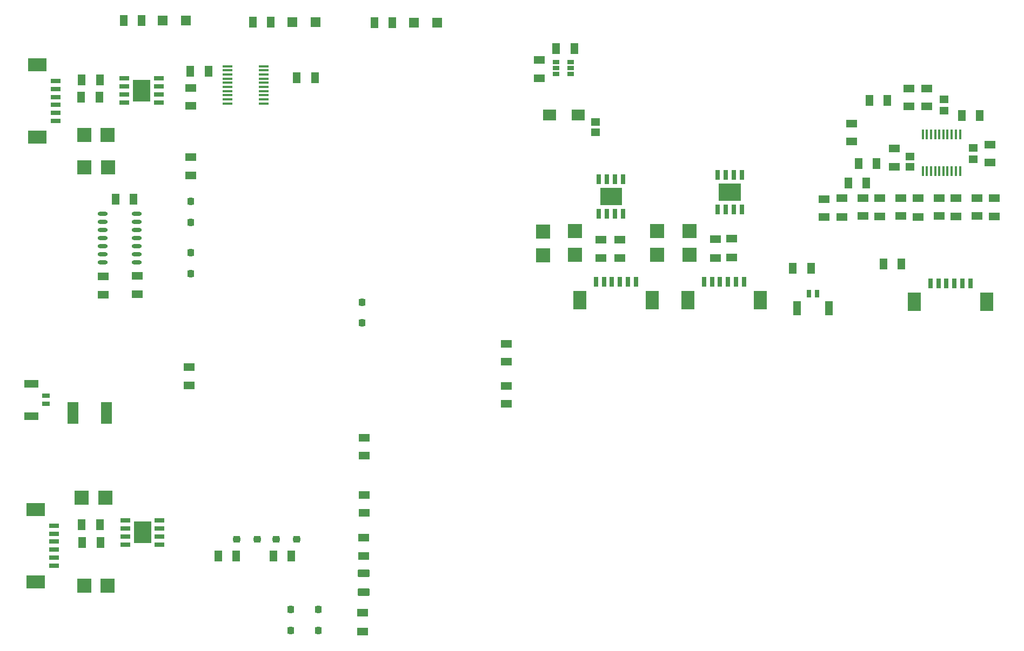
<source format=gtp>
G04*
G04 #@! TF.GenerationSoftware,Altium Limited,Altium Designer,23.1.1 (15)*
G04*
G04 Layer_Color=8421504*
%FSLAX23Y23*%
%MOIN*%
G70*
G04*
G04 #@! TF.SameCoordinates,15EB6A63-CFD6-40EC-87C0-43203FAF91A2*
G04*
G04*
G04 #@! TF.FilePolarity,Positive*
G04*
G01*
G75*
%ADD18R,0.051X0.071*%
%ADD19R,0.071X0.051*%
%ADD20R,0.031X0.063*%
%ADD21R,0.083X0.118*%
%ADD22R,0.065X0.047*%
%ADD23R,0.047X0.065*%
%ADD24R,0.031X0.047*%
%ADD25R,0.051X0.085*%
G04:AMPARAMS|DCode=26|XSize=62mil|YSize=16mil|CornerRadius=2mil|HoleSize=0mil|Usage=FLASHONLY|Rotation=90.000|XOffset=0mil|YOffset=0mil|HoleType=Round|Shape=RoundedRectangle|*
%AMROUNDEDRECTD26*
21,1,0.062,0.012,0,0,90.0*
21,1,0.058,0.016,0,0,90.0*
1,1,0.004,0.006,0.029*
1,1,0.004,0.006,-0.029*
1,1,0.004,-0.006,-0.029*
1,1,0.004,-0.006,0.029*
%
%ADD26ROUNDEDRECTD26*%
%ADD27R,0.086X0.087*%
G04:AMPARAMS|DCode=28|XSize=62mil|YSize=16mil|CornerRadius=2mil|HoleSize=0mil|Usage=FLASHONLY|Rotation=0.000|XOffset=0mil|YOffset=0mil|HoleType=Round|Shape=RoundedRectangle|*
%AMROUNDEDRECTD28*
21,1,0.062,0.012,0,0,0.0*
21,1,0.058,0.016,0,0,0.0*
1,1,0.004,0.029,-0.006*
1,1,0.004,-0.029,-0.006*
1,1,0.004,-0.029,0.006*
1,1,0.004,0.029,0.006*
%
%ADD28ROUNDEDRECTD28*%
%ADD29R,0.040X0.028*%
G04:AMPARAMS|DCode=30|XSize=44mil|YSize=43mil|CornerRadius=11mil|HoleSize=0mil|Usage=FLASHONLY|Rotation=90.000|XOffset=0mil|YOffset=0mil|HoleType=Round|Shape=RoundedRectangle|*
%AMROUNDEDRECTD30*
21,1,0.044,0.021,0,0,90.0*
21,1,0.023,0.043,0,0,90.0*
1,1,0.021,0.011,0.011*
1,1,0.021,0.011,-0.011*
1,1,0.021,-0.011,-0.011*
1,1,0.021,-0.011,0.011*
%
%ADD30ROUNDEDRECTD30*%
%ADD31R,0.059X0.063*%
%ADD32R,0.070X0.138*%
%ADD33R,0.047X0.031*%
%ADD34R,0.085X0.051*%
G04:AMPARAMS|DCode=35|XSize=47mil|YSize=72mil|CornerRadius=6mil|HoleSize=0mil|Usage=FLASHONLY|Rotation=90.000|XOffset=0mil|YOffset=0mil|HoleType=Round|Shape=RoundedRectangle|*
%AMROUNDEDRECTD35*
21,1,0.047,0.060,0,0,90.0*
21,1,0.035,0.072,0,0,90.0*
1,1,0.012,0.030,0.018*
1,1,0.012,0.030,-0.018*
1,1,0.012,-0.030,-0.018*
1,1,0.012,-0.030,0.018*
%
%ADD35ROUNDEDRECTD35*%
G04:AMPARAMS|DCode=36|XSize=61mil|YSize=24mil|CornerRadius=1mil|HoleSize=0mil|Usage=FLASHONLY|Rotation=270.000|XOffset=0mil|YOffset=0mil|HoleType=Round|Shape=RoundedRectangle|*
%AMROUNDEDRECTD36*
21,1,0.061,0.022,0,0,270.0*
21,1,0.060,0.024,0,0,270.0*
1,1,0.001,-0.011,-0.030*
1,1,0.001,-0.011,0.030*
1,1,0.001,0.011,0.030*
1,1,0.001,0.011,-0.030*
%
%ADD36ROUNDEDRECTD36*%
G04:AMPARAMS|DCode=37|XSize=61mil|YSize=24mil|CornerRadius=1mil|HoleSize=0mil|Usage=FLASHONLY|Rotation=180.000|XOffset=0mil|YOffset=0mil|HoleType=Round|Shape=RoundedRectangle|*
%AMROUNDEDRECTD37*
21,1,0.061,0.022,0,0,180.0*
21,1,0.060,0.024,0,0,180.0*
1,1,0.001,-0.030,0.011*
1,1,0.001,0.030,0.011*
1,1,0.001,0.030,-0.011*
1,1,0.001,-0.030,-0.011*
%
%ADD37ROUNDEDRECTD37*%
%ADD38R,0.053X0.045*%
%ADD39R,0.063X0.031*%
%ADD40R,0.118X0.083*%
%ADD41R,0.079X0.071*%
%ADD42R,0.055X0.051*%
%ADD43O,0.061X0.024*%
G04:AMPARAMS|DCode=44|XSize=44mil|YSize=43mil|CornerRadius=11mil|HoleSize=0mil|Usage=FLASHONLY|Rotation=180.000|XOffset=0mil|YOffset=0mil|HoleType=Round|Shape=RoundedRectangle|*
%AMROUNDEDRECTD44*
21,1,0.044,0.021,0,0,180.0*
21,1,0.023,0.043,0,0,180.0*
1,1,0.021,-0.011,0.011*
1,1,0.021,0.011,0.011*
1,1,0.021,0.011,-0.011*
1,1,0.021,-0.011,-0.011*
%
%ADD44ROUNDEDRECTD44*%
%ADD45R,0.087X0.086*%
G36*
X983Y1178D02*
X1089D01*
Y1044D01*
X983D01*
Y1178D01*
D02*
G37*
G36*
X977Y3906D02*
X1084D01*
Y3772D01*
X977D01*
Y3906D01*
D02*
G37*
G36*
X3859Y3132D02*
Y3238D01*
X3993D01*
Y3132D01*
X3859D01*
D02*
G37*
G36*
X4592Y3160D02*
Y3266D01*
X4726D01*
Y3160D01*
X4592D01*
D02*
G37*
D18*
X777Y1050D02*
D03*
X663D02*
D03*
X770Y3800D02*
D03*
X656D02*
D03*
X773Y3905D02*
D03*
X659D02*
D03*
X3586Y4100D02*
D03*
X3700D02*
D03*
X1444Y3960D02*
D03*
X1330D02*
D03*
X2100Y3920D02*
D03*
X1986D02*
D03*
X5048Y2742D02*
D03*
X5162D02*
D03*
X660Y1160D02*
D03*
X774D02*
D03*
D19*
X4670Y2924D02*
D03*
Y2810D02*
D03*
X3980Y2920D02*
D03*
Y2806D02*
D03*
X5350Y3060D02*
D03*
Y3174D02*
D03*
X6055Y3063D02*
D03*
Y3177D02*
D03*
X1335Y3316D02*
D03*
Y3430D02*
D03*
X1325Y2132D02*
D03*
Y2018D02*
D03*
X5585Y3175D02*
D03*
Y3061D02*
D03*
X6290Y3177D02*
D03*
Y3063D02*
D03*
X5821Y3175D02*
D03*
Y3060D02*
D03*
X2400Y966D02*
D03*
Y1080D02*
D03*
X2395Y500D02*
D03*
Y614D02*
D03*
X1005Y2583D02*
D03*
Y2697D02*
D03*
X795Y2578D02*
D03*
Y2692D02*
D03*
X3864Y2806D02*
D03*
X4569Y2807D02*
D03*
X3485Y4030D02*
D03*
X5674Y3483D02*
D03*
X3864Y2920D02*
D03*
X4569Y2921D02*
D03*
X3485Y3916D02*
D03*
X5674Y3369D02*
D03*
D20*
X5897Y2648D02*
D03*
X5946D02*
D03*
X5995D02*
D03*
X6045D02*
D03*
X6094D02*
D03*
X6143D02*
D03*
X3982Y2660D02*
D03*
X4648D02*
D03*
X3834D02*
D03*
X3883D02*
D03*
X3932D02*
D03*
X4031D02*
D03*
X4080D02*
D03*
X4500D02*
D03*
X4549D02*
D03*
X4598D02*
D03*
X4697D02*
D03*
X4746D02*
D03*
D21*
X6243Y2534D02*
D03*
X5797D02*
D03*
X3734Y2546D02*
D03*
X4180D02*
D03*
X4400D02*
D03*
X4846D02*
D03*
D22*
X5410Y3635D02*
D03*
Y3525D02*
D03*
X5240Y3060D02*
D03*
Y3170D02*
D03*
X6185Y3065D02*
D03*
X5715Y3065D02*
D03*
X5950D02*
D03*
X1335Y3745D02*
D03*
Y3855D02*
D03*
X5764Y3743D02*
D03*
Y3853D02*
D03*
X5874Y3852D02*
D03*
Y3742D02*
D03*
X6265Y3395D02*
D03*
Y3505D02*
D03*
X5480Y3175D02*
D03*
Y3065D02*
D03*
X6185Y3175D02*
D03*
X5950Y3175D02*
D03*
X5715D02*
D03*
X3280Y1905D02*
D03*
Y2015D02*
D03*
Y2275D02*
D03*
Y2165D02*
D03*
X2405Y1585D02*
D03*
Y1342D02*
D03*
Y1232D02*
D03*
Y1695D02*
D03*
D23*
X5500Y3270D02*
D03*
X5390D02*
D03*
X5716Y2768D02*
D03*
X5606D02*
D03*
X1827Y4261D02*
D03*
X1717D02*
D03*
X2467Y4260D02*
D03*
X2577D02*
D03*
X922Y4271D02*
D03*
X1032D02*
D03*
X6090Y3685D02*
D03*
X6200D02*
D03*
X5565Y3390D02*
D03*
X5455D02*
D03*
X1845Y965D02*
D03*
X1955D02*
D03*
X980Y3170D02*
D03*
X870D02*
D03*
X1615Y965D02*
D03*
X1505D02*
D03*
X5630Y3780D02*
D03*
X5520D02*
D03*
D24*
X5197Y2586D02*
D03*
X5148D02*
D03*
D25*
X5272Y2496D02*
D03*
X5073D02*
D03*
D26*
X6002Y3343D02*
D03*
X6028D02*
D03*
X5977D02*
D03*
X6079D02*
D03*
X6054D02*
D03*
X5874D02*
D03*
X5849D02*
D03*
X5926D02*
D03*
X5951D02*
D03*
X5900D02*
D03*
X6054Y3569D02*
D03*
X6079D02*
D03*
X6028D02*
D03*
X5849D02*
D03*
X5874D02*
D03*
X5977D02*
D03*
X6002D02*
D03*
X5900D02*
D03*
X5951D02*
D03*
X5926D02*
D03*
D27*
X662Y1325D02*
D03*
X808D02*
D03*
X677Y3365D02*
D03*
X823D02*
D03*
X676Y3566D02*
D03*
X822D02*
D03*
Y782D02*
D03*
X676D02*
D03*
D28*
X1559Y3990D02*
D03*
Y3965D02*
D03*
Y3939D02*
D03*
Y3913D02*
D03*
Y3888D02*
D03*
Y3862D02*
D03*
Y3837D02*
D03*
Y3811D02*
D03*
Y3785D02*
D03*
Y3760D02*
D03*
X1785D02*
D03*
Y3785D02*
D03*
Y3811D02*
D03*
Y3837D02*
D03*
Y3862D02*
D03*
Y3888D02*
D03*
Y3913D02*
D03*
Y3939D02*
D03*
Y3965D02*
D03*
Y3990D02*
D03*
D29*
X3588Y3941D02*
D03*
Y3978D02*
D03*
Y4015D02*
D03*
X3678D02*
D03*
Y3978D02*
D03*
Y3941D02*
D03*
D30*
X1335Y2710D02*
D03*
Y2838D02*
D03*
Y3155D02*
D03*
Y3027D02*
D03*
X2120Y507D02*
D03*
Y635D02*
D03*
X2392Y2405D02*
D03*
Y2533D02*
D03*
X1950Y635D02*
D03*
Y507D02*
D03*
D31*
X2711Y4260D02*
D03*
X2853D02*
D03*
X2103Y4261D02*
D03*
X1961D02*
D03*
X1161Y4271D02*
D03*
X1303D02*
D03*
D32*
X813Y1850D02*
D03*
X607D02*
D03*
D33*
X440Y1905D02*
D03*
Y1954D02*
D03*
D34*
X350Y1830D02*
D03*
Y2029D02*
D03*
D35*
X2400Y859D02*
D03*
Y741D02*
D03*
D36*
X4734Y3319D02*
D03*
X4684D02*
D03*
X4634D02*
D03*
X4584D02*
D03*
Y3107D02*
D03*
X4634D02*
D03*
X4684D02*
D03*
X4734D02*
D03*
X4001Y3291D02*
D03*
X3951D02*
D03*
X3901D02*
D03*
X3851D02*
D03*
Y3079D02*
D03*
X3901D02*
D03*
X3951D02*
D03*
X4001D02*
D03*
D37*
X1142Y1036D02*
D03*
Y1086D02*
D03*
Y1136D02*
D03*
Y1186D02*
D03*
X930D02*
D03*
Y1136D02*
D03*
Y1086D02*
D03*
Y1036D02*
D03*
X1137Y3764D02*
D03*
Y3814D02*
D03*
Y3864D02*
D03*
Y3914D02*
D03*
X924D02*
D03*
Y3864D02*
D03*
Y3814D02*
D03*
Y3764D02*
D03*
D38*
X6160Y3415D02*
D03*
Y3484D02*
D03*
X5981Y3716D02*
D03*
Y3785D02*
D03*
D39*
X490Y1103D02*
D03*
Y1005D02*
D03*
Y906D02*
D03*
Y955D02*
D03*
Y1054D02*
D03*
Y1152D02*
D03*
X500Y3751D02*
D03*
Y3898D02*
D03*
Y3849D02*
D03*
Y3800D02*
D03*
Y3702D02*
D03*
Y3652D02*
D03*
D40*
X376Y1253D02*
D03*
Y806D02*
D03*
X386Y3999D02*
D03*
Y3552D02*
D03*
D41*
X3546Y3690D02*
D03*
X3724D02*
D03*
D42*
X3831Y3582D02*
D03*
Y3645D02*
D03*
X5770Y3370D02*
D03*
Y3433D02*
D03*
D43*
X1001Y2980D02*
D03*
Y2930D02*
D03*
Y3030D02*
D03*
Y2830D02*
D03*
Y2880D02*
D03*
Y3080D02*
D03*
Y2780D02*
D03*
X789Y2830D02*
D03*
Y2880D02*
D03*
Y3030D02*
D03*
Y3080D02*
D03*
Y2930D02*
D03*
Y2980D02*
D03*
Y2780D02*
D03*
D44*
X1617Y1070D02*
D03*
X1988D02*
D03*
X1860D02*
D03*
X1745D02*
D03*
D45*
X3508Y2968D02*
D03*
X3705Y2973D02*
D03*
X4209Y2971D02*
D03*
X4411D02*
D03*
X3508Y2822D02*
D03*
X3705Y2827D02*
D03*
X4209Y2825D02*
D03*
X4411D02*
D03*
M02*

</source>
